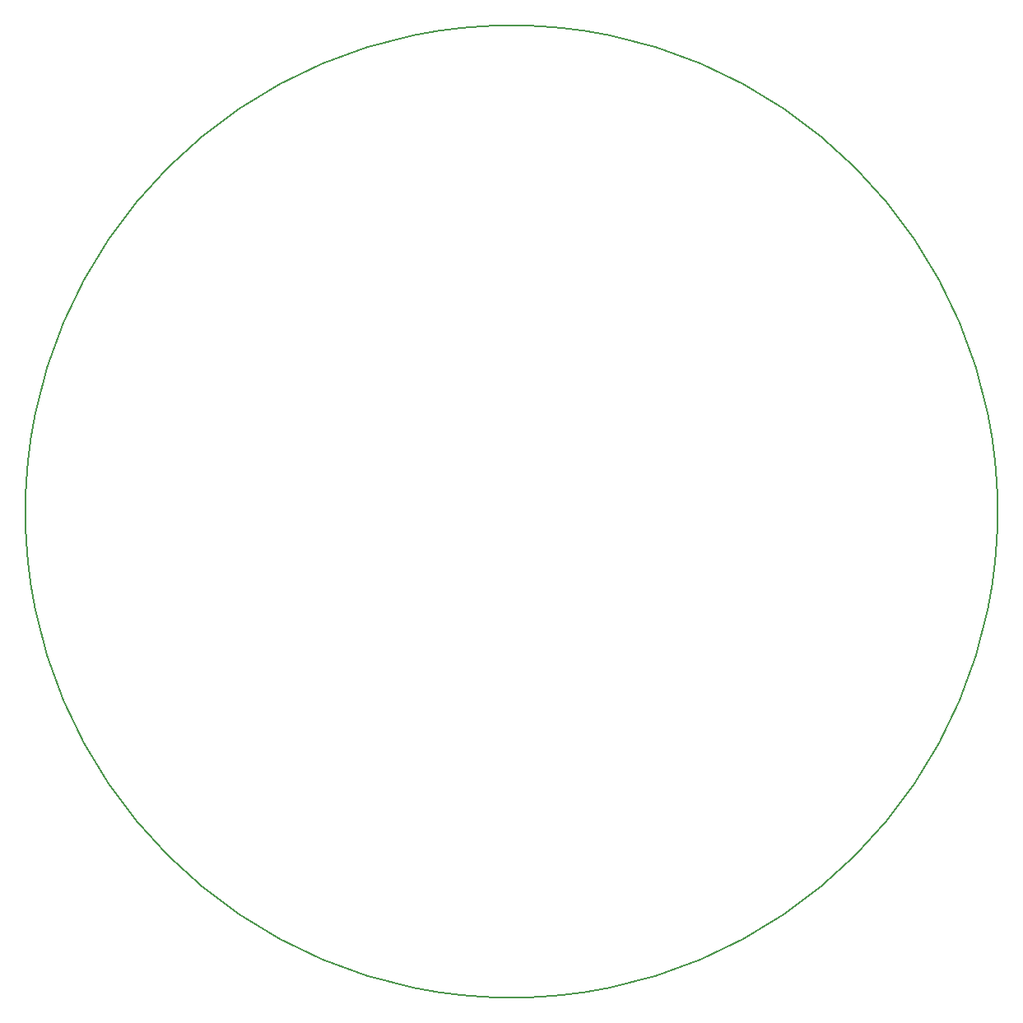
<source format=gm1>
G04 MADE WITH FRITZING*
G04 WWW.FRITZING.ORG*
G04 DOUBLE SIDED*
G04 HOLES PLATED*
G04 CONTOUR ON CENTER OF CONTOUR VECTOR*
%ASAXBY*%
%FSLAX23Y23*%
%MOIN*%
%OFA0B0*%
%SFA1.0B1.0*%
%ADD10C,3.937000*%
%ADD10C,0.008*%
%LNCONTOUR*%
G90*
G70*
G54D10*
G01X3937Y1969D02*
G75*
G03X3937Y1969I-1969J0D01*
G01*
G04 End of contour*
M02*
</source>
